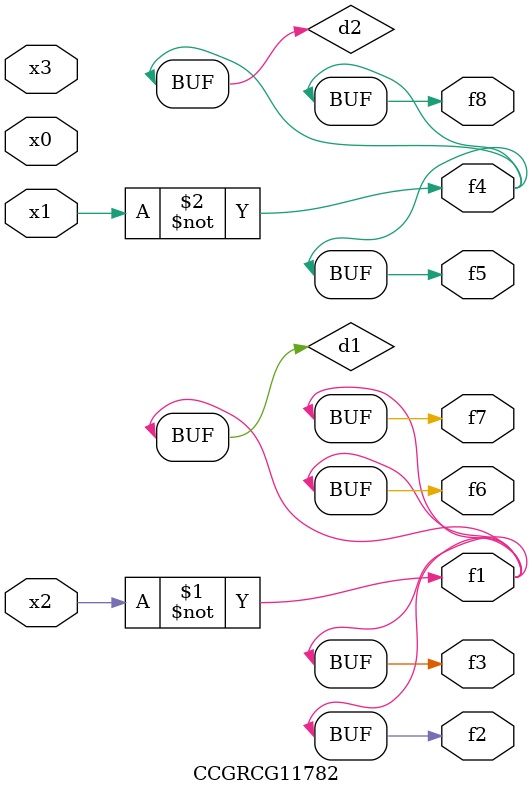
<source format=v>
module CCGRCG11782(
	input x0, x1, x2, x3,
	output f1, f2, f3, f4, f5, f6, f7, f8
);

	wire d1, d2;

	xnor (d1, x2);
	not (d2, x1);
	assign f1 = d1;
	assign f2 = d1;
	assign f3 = d1;
	assign f4 = d2;
	assign f5 = d2;
	assign f6 = d1;
	assign f7 = d1;
	assign f8 = d2;
endmodule

</source>
